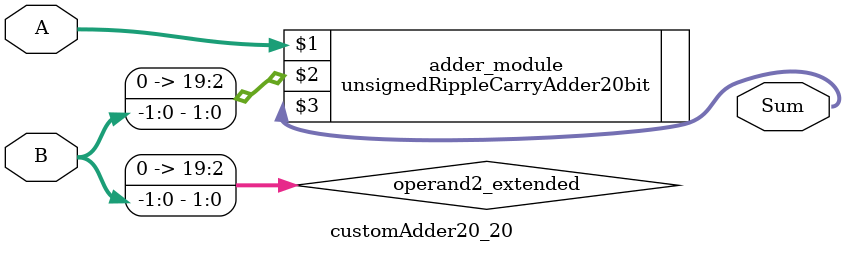
<source format=v>
module customAdder20_20(
                        input [19 : 0] A,
                        input [-1 : 0] B,
                        
                        output [20 : 0] Sum
                );

        wire [19 : 0] operand2_extended;
        
        assign operand2_extended =  {20'b0, B};
        
        unsignedRippleCarryAdder20bit adder_module(
            A,
            operand2_extended,
            Sum
        );
        
        endmodule
        
</source>
